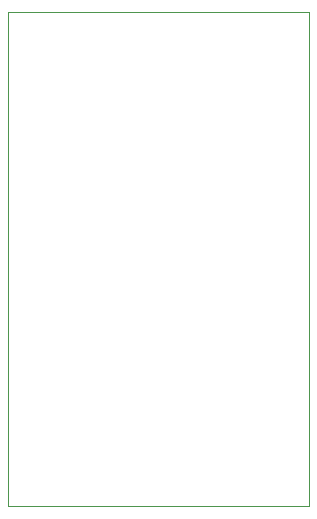
<source format=gbr>
%TF.GenerationSoftware,KiCad,Pcbnew,(6.0.2)*%
%TF.CreationDate,2022-05-10T09:18:46+02:00*%
%TF.ProjectId,STM8_Breakout-board,53544d38-5f42-4726-9561-6b6f75742d62,rev?*%
%TF.SameCoordinates,PX7e5ca20PY62fdcc0*%
%TF.FileFunction,Profile,NP*%
%FSLAX46Y46*%
G04 Gerber Fmt 4.6, Leading zero omitted, Abs format (unit mm)*
G04 Created by KiCad (PCBNEW (6.0.2)) date 2022-05-10 09:18:46*
%MOMM*%
%LPD*%
G01*
G04 APERTURE LIST*
%TA.AperFunction,Profile*%
%ADD10C,0.100000*%
%TD*%
G04 APERTURE END LIST*
D10*
X0Y41800000D02*
X0Y41400000D01*
X0Y0D02*
X0Y41400000D01*
X25500000Y0D02*
X0Y0D01*
X0Y41800000D02*
X25500000Y41800000D01*
X25500000Y41800000D02*
X25500000Y0D01*
M02*

</source>
